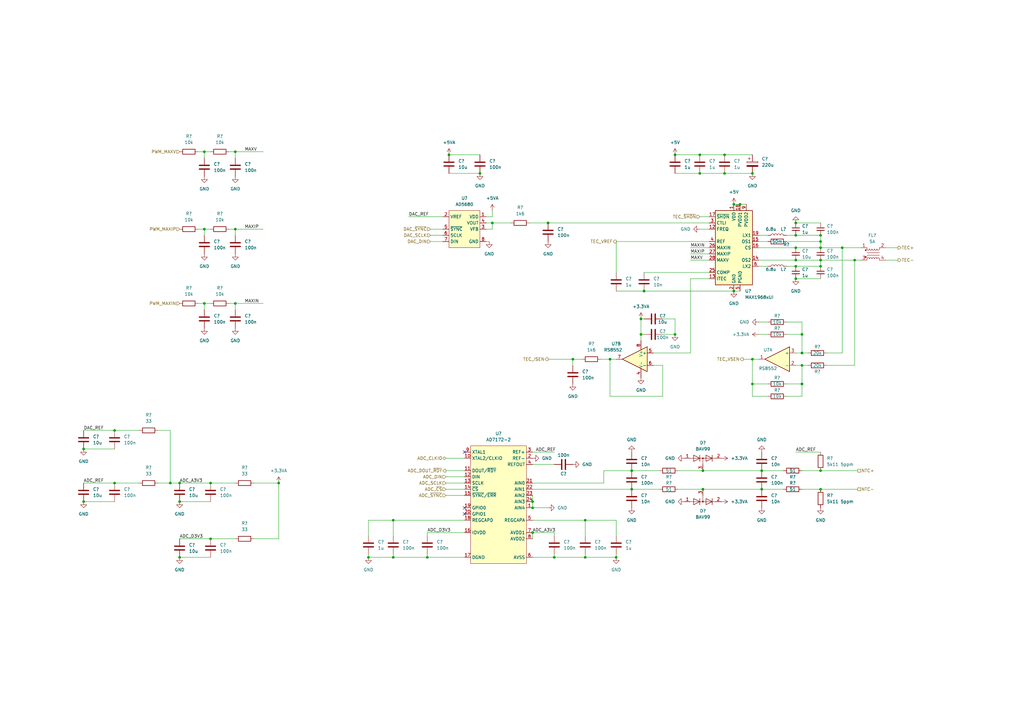
<source format=kicad_sch>
(kicad_sch (version 20211123) (generator eeschema)
  (paper "A3")
  (lib_symbols
    (symbol "Device:C" (pin_numbers hide) (pin_names (offset 0.254))
      (property "Reference" "C" (at 0.635 2.54 0))
      (property "Value" "C" (at 0.635 -2.54 0))
      (symbol "C_0_1"
        (polyline (pts (xy -2.032 -0.762) (xy 2.032 -0.762)) (stroke (width 0.508)))
        (polyline (pts (xy -2.032 0.762) (xy 2.032 0.762)) (stroke (width 0.508)))
      )
      (symbol "C_1_1"
        (pin passive line (at 0 3.81 270) (length 2.794) (name "~") (number "1"))
        (pin passive line (at 0 -3.81 90) (length 2.794) (name "~") (number "2"))
      )
    )
    (symbol "Device:C_Polarized" (pin_numbers hide) (pin_names (offset 0.254))
      (property "Reference" "C" (at 0.635 2.54 0))
      (property "Value" "C_Polarized" (at 0.635 -2.54 0))
      (symbol "C_Polarized_0_1"
        (rectangle (start -2.286 0.508) (end 2.286 1.016))
        (polyline (pts (xy -1.778 2.286) (xy -0.762 2.286)))
        (polyline (pts (xy -1.27 2.794) (xy -1.27 1.778)))
        (rectangle (start 2.286 -0.508) (end -2.286 -1.016) (fill (type outline)))
      )
      (symbol "C_Polarized_1_1"
        (pin passive line (at 0 3.81 270) (length 2.794) (name "~") (number "1"))
        (pin passive line (at 0 -3.81 90) (length 2.794) (name "~") (number "2"))
      )
    )
    (symbol "Device:C_Small" (pin_numbers hide) (pin_names (offset 0.254) hide)
      (property "Reference" "C" (at 0.254 1.778 0))
      (property "Value" "C_Small" (at 0.254 -2.032 0))
      (symbol "C_Small_0_1"
        (polyline (pts (xy -1.524 -0.508) (xy 1.524 -0.508)) (stroke (width 0.3302)))
        (polyline (pts (xy -1.524 0.508) (xy 1.524 0.508)) (stroke (width 0.3048)))
      )
      (symbol "C_Small_1_1"
        (pin passive line (at 0 2.54 270) (length 2.032) (name "~") (number "1"))
        (pin passive line (at 0 -2.54 90) (length 2.032) (name "~") (number "2"))
      )
    )
    (symbol "Device:Filter_EMI_CommonMode" (pin_names (offset 0.254) hide)
      (property "Reference" "FL" (at 0 4.445 0))
      (property "Value" "Filter_EMI_CommonMode" (at 0 -4.445 0))
      (symbol "Filter_EMI_CommonMode_0_1"
        (circle (center -3.048 -1.27) (radius 0.254) (fill (type outline)))
        (circle (center -3.048 1.524) (radius 0.254) (fill (type outline)))
        (arc (start -2.54 2.032) (mid -2.032 1.524) (end -1.524 2.032))
        (arc (start -1.524 -2.032) (mid -2.032 -1.524) (end -2.54 -2.032))
        (arc (start -1.524 2.032) (mid -1.016 1.524) (end -0.508 2.032))
        (arc (start -0.508 -2.032) (mid -1.016 -1.524) (end -1.524 -2.032))
        (arc (start -0.508 2.032) (mid 0 1.524) (end 0.508 2.032))
        (polyline (pts (xy -2.54 -2.032) (xy -2.54 -2.54)))
        (polyline (pts (xy -2.54 0.508) (xy 2.54 0.508)))
        (polyline (pts (xy -2.54 2.032) (xy -2.54 2.54)))
        (polyline (pts (xy 2.54 -2.032) (xy 2.54 -2.54)))
        (polyline (pts (xy 2.54 -0.508) (xy -2.54 -0.508)))
        (polyline (pts (xy 2.54 2.54) (xy 2.54 2.032)))
        (arc (start 0.508 -2.032) (mid 0 -1.524) (end -0.508 -2.032))
        (arc (start 0.508 2.032) (mid 1.016 1.524) (end 1.524 2.032))
        (arc (start 1.524 -2.032) (mid 1.016 -1.524) (end 0.508 -2.032))
        (arc (start 1.524 2.032) (mid 2.032 1.524) (end 2.54 2.032))
        (arc (start 2.54 -2.032) (mid 2.032 -1.524) (end 1.524 -2.032))
      )
      (symbol "Filter_EMI_CommonMode_1_1"
        (pin passive line (at -5.08 2.54 0) (length 2.54) (name "1") (number "1"))
        (pin passive line (at 5.08 2.54 180) (length 2.54) (name "2") (number "2"))
        (pin passive line (at -5.08 -2.54 0) (length 2.54) (name "3") (number "3"))
        (pin passive line (at 5.08 -2.54 180) (length 2.54) (name "4") (number "4"))
      )
    )
    (symbol "Device:L" (pin_numbers hide) (pin_names (offset 1.016) hide)
      (property "Reference" "L" (at -1.27 0 90))
      (property "Value" "L" (at 1.905 0 90))
      (symbol "L_0_1"
        (arc (start 0 -2.54) (mid 0.635 -1.905) (end 0 -1.27))
        (arc (start 0 -1.27) (mid 0.635 -0.635) (end 0 0))
        (arc (start 0 0) (mid 0.635 0.635) (end 0 1.27))
        (arc (start 0 1.27) (mid 0.635 1.905) (end 0 2.54))
      )
      (symbol "L_1_1"
        (pin passive line (at 0 3.81 270) (length 1.27) (name "1") (number "1"))
        (pin passive line (at 0 -3.81 90) (length 1.27) (name "2") (number "2"))
      )
    )
    (symbol "Device:R" (pin_numbers hide) (pin_names (offset 0))
      (property "Reference" "R" (at 2.032 0 90))
      (property "Value" "R" (at 0 0 90))
      (symbol "R_0_1"
        (rectangle (start -1.016 -2.54) (end 1.016 2.54) (stroke (width 0.254)))
      )
      (symbol "R_1_1"
        (pin passive line (at 0 3.81 270) (length 1.27) (name "~") (number "1"))
        (pin passive line (at 0 -3.81 90) (length 1.27) (name "~") (number "2"))
      )
    )
    (symbol "Diode:BAV99" (pin_names hide)
      (property "Reference" "D" (at 0 5.08 0))
      (property "Value" "BAV99" (at 0 2.54 0))
      (symbol "BAV99_0_1"
        (polyline (pts (xy -5.08 0) (xy 5.08 0)))
      )
      (symbol "BAV99_1_1"
        (polyline (pts (xy 0 0) (xy 0 -2.54)))
        (polyline (pts (xy -1.27 -1.27) (xy -1.27 1.27) (xy -1.27 1.27)) (stroke (width 0.2032)))
        (polyline (pts (xy 3.81 1.27) (xy 3.81 -1.27) (xy 3.81 -1.27)) (stroke (width 0.2032)))
        (polyline (pts (xy -3.81 1.27) (xy -1.27 0) (xy -3.81 -1.27) (xy -3.81 1.27) (xy -3.81 1.27) (xy -3.81 1.27)) (stroke (width 0.2032)))
        (polyline (pts (xy 1.27 1.27) (xy 3.81 0) (xy 1.27 -1.27) (xy 1.27 1.27) (xy 1.27 1.27) (xy 1.27 1.27)) (stroke (width 0.2032)))
        (circle (center 0 0) (radius 0.254) (fill (type outline)))
        (pin passive line (at -7.62 0 0) (length 2.54) (name "K") (number "1"))
        (pin passive line (at 7.62 0 180) (length 2.54) (name "A") (number "2"))
        (pin passive line (at 0 -5.08 90) (length 2.54) (name "K") (number "3"))
      )
    )
    (symbol "Driver_TEC:MAX1968xUI"
      (property "Reference" "U" (at -7.62 16.51 0))
      (property "Value" "MAX1968xUI" (at 5.08 16.51 0))
      (symbol "MAX1968xUI_0_1"
        (rectangle (start -7.62 15.24) (end 7.62 -15.24) (stroke (width 0.254)) (fill (type background)))
      )
      (symbol "MAX1968xUI_1_1"
        (pin power_in line (at 0 17.78 270) (length 2.54) (name "VDD") (number "1"))
        (pin passive line (at 10.16 -7.62 180) (length 2.54) hide (name "LX2") (number "10"))
        (pin passive line (at 5.08 17.78 270) (length 2.54) hide (name "PVDD2") (number "11"))
        (pin input line (at -10.16 7.62 0) (length 2.54) (name "FREQ") (number "12"))
        (pin output line (at -10.16 -12.7 0) (length 2.54) (name "ITEC") (number "13"))
        (pin input line (at 10.16 -5.08 180) (length 2.54) (name "OS2") (number "14"))
        (pin input line (at 10.16 2.54 180) (length 2.54) (name "OS1") (number "15"))
        (pin input line (at 10.16 0 180) (length 2.54) (name "CS") (number "16"))
        (pin input line (at -10.16 12.7 0) (length 2.54) (name "~{SHDN}") (number "17"))
        (pin power_in line (at 2.54 17.78 270) (length 2.54) (name "PVDD1") (number "18"))
        (pin power_out line (at 10.16 5.08 180) (length 2.54) (name "LX1") (number "19"))
        (pin power_in line (at 0 -17.78 90) (length 2.54) (name "GND") (number "2"))
        (pin passive line (at 2.54 17.78 270) (length 2.54) hide (name "PVDD1") (number "20"))
        (pin passive line (at 10.16 5.08 180) (length 2.54) hide (name "LX1") (number "21"))
        (pin passive line (at 2.54 -17.78 90) (length 2.54) hide (name "PGND") (number "22"))
        (pin passive line (at 10.16 5.08 180) (length 2.54) hide (name "LX1") (number "23"))
        (pin passive line (at 2.54 -17.78 90) (length 2.54) hide (name "PGND") (number "24"))
        (pin passive line (at -10.16 -10.16 0) (length 2.54) (name "COMP") (number "25"))
        (pin input line (at -10.16 0 0) (length 2.54) (name "MAXIN") (number "26"))
        (pin input line (at -10.16 -2.54 0) (length 2.54) (name "MAXIP") (number "27"))
        (pin input line (at -10.16 -5.08 0) (length 2.54) (name "MAXV") (number "28"))
        (pin passive line (at 0 -17.78 90) (length 2.54) hide (name "GND") (number "29"))
        (pin input line (at -10.16 10.16 0) (length 2.54) (name "CTLI") (number "3"))
        (pin output line (at -10.16 2.54 0) (length 2.54) (name "REF") (number "4"))
        (pin power_in line (at 2.54 -17.78 90) (length 2.54) (name "PGND") (number "5"))
        (pin power_out line (at 10.16 -7.62 180) (length 2.54) (name "LX2") (number "6"))
        (pin passive line (at 2.54 -17.78 90) (length 2.54) hide (name "PGND") (number "7"))
        (pin passive line (at 10.16 -7.62 180) (length 2.54) hide (name "LX2") (number "8"))
        (pin power_in line (at 5.08 17.78 270) (length 2.54) (name "PVDD2") (number "9"))
      )
    )
    (symbol "kirdy:AD5680"
      (property "Reference" "U" (at 0 -3.81 0))
      (property "Value" "AD5680" (at 0 -1.27 0))
      (symbol "AD5680_0_0"
        (pin power_in line (at 8.89 12.7 180) (length 2.54) (name "VDD") (number "1"))
        (pin input line (at -8.89 12.7 0) (length 2.54) (name "VREF") (number "2"))
        (pin input line (at 8.89 7.62 180) (length 2.54) (name "VFB") (number "3"))
        (pin output line (at 8.89 10.16 180) (length 2.54) (name "VOUT") (number "4"))
        (pin input line (at -8.89 7.62 0) (length 2.54) (name "~{SYNC}") (number "5"))
        (pin input line (at -8.89 5.08 0) (length 2.54) (name "SCLK") (number "6"))
        (pin input line (at -8.89 2.54 0) (length 2.54) (name "DIN") (number "7"))
        (pin power_in line (at 8.89 2.54 180) (length 2.54) (name "GND") (number "8"))
      )
      (symbol "AD5680_0_1"
        (rectangle (start -6.35 15.24) (end 6.35 0) (fill (type background)))
      )
    )
    (symbol "kirdy:AD7172-2"
      (property "Reference" "U" (at 8.89 -22.86 0))
      (property "Value" "AD7172-2" (at -6.35 -22.86 0))
      (symbol "AD7172-2_0_0"
        (pin input line (at -13.97 1.27 0) (length 2.54) (name "AIN4") (number "1"))
        (pin bidirectional line (at 13.97 21.59 180) (length 2.54) (name "XTAL2/CLKIO") (number "10"))
        (pin output line (at 13.97 16.51 180) (length 2.54) (name "DOUT/~{RDY}") (number "11"))
        (pin input line (at 13.97 13.97 180) (length 2.54) (name "DIN") (number "12"))
        (pin input line (at 13.97 11.43 180) (length 2.54) (name "SCLK") (number "13"))
        (pin input line (at 13.97 8.89 180) (length 2.54) (name "~{CS}") (number "14"))
        (pin bidirectional line (at 13.97 6.35 180) (length 2.54) (name "~{SYNC}/~{ERR}") (number "15"))
        (pin power_in line (at 13.97 -8.89 180) (length 2.54) (name "IOVDD") (number "16"))
        (pin power_in line (at 13.97 -19.05 180) (length 2.54) (name "DGND") (number "17"))
        (pin passive line (at 13.97 -3.81 180) (length 2.54) (name "REGCAPD") (number "18"))
        (pin bidirectional line (at 13.97 1.27 180) (length 2.54) (name "GPIO0") (number "19"))
        (pin input line (at -13.97 21.59 0) (length 2.54) (name "REF-") (number "2"))
        (pin bidirectional line (at 13.97 -1.27 180) (length 2.54) (name "GPIO1") (number "20"))
        (pin input line (at -13.97 11.43 0) (length 2.54) (name "AIN0") (number "21"))
        (pin input line (at -13.97 8.89 0) (length 2.54) (name "AIN1") (number "22"))
        (pin input line (at -13.97 6.35 0) (length 2.54) (name "AIN2") (number "23"))
        (pin input line (at -13.97 3.81 0) (length 2.54) (name "AIN3") (number "24"))
        (pin input line (at -13.97 24.13 0) (length 2.54) (name "REF+") (number "3"))
        (pin output line (at -13.97 19.05 0) (length 2.54) (name "REFOUT") (number "4"))
        (pin passive line (at -13.97 -3.81 0) (length 2.54) (name "REGCAPA") (number "5"))
        (pin power_in line (at -13.97 -19.05 0) (length 2.54) (name "AVSS") (number "6"))
        (pin power_in line (at -13.97 -8.89 0) (length 2.54) (name "AVDD1") (number "7"))
        (pin power_in line (at -13.97 -11.43 0) (length 2.54) (name "AVDD2") (number "8"))
        (pin bidirectional line (at 13.97 24.13 180) (length 2.54) (name "XTAL1") (number "9"))
      )
      (symbol "AD7172-2_0_1"
        (rectangle (start -11.43 26.67) (end 11.43 -21.59) (fill (type background)))
      )
    )
    (symbol "kirdy:RS8552" (pin_names (offset 0.127))
      (property "Reference" "U" (at 0 5.08 0))
      (property "Value" "RS8552" (at 0 -5.08 0))
      (symbol "RS8552_1_1"
        (polyline (pts (xy -5.08 5.08) (xy 5.08 0) (xy -5.08 -5.08) (xy -5.08 5.08)) (stroke (width 0.254)) (fill (type background)))
        (pin output line (at 7.62 0 180) (length 2.54) (name "~") (number "1"))
        (pin input line (at -7.62 -2.54 0) (length 2.54) (name "-") (number "2"))
        (pin input line (at -7.62 2.54 0) (length 2.54) (name "+") (number "3"))
      )
      (symbol "RS8552_2_1"
        (polyline (pts (xy -5.08 5.08) (xy 5.08 0) (xy -5.08 -5.08) (xy -5.08 5.08)) (stroke (width 0.254)) (fill (type background)))
        (pin input line (at -7.62 2.54 0) (length 2.54) (name "+") (number "5"))
        (pin input line (at -7.62 -2.54 0) (length 2.54) (name "-") (number "6"))
        (pin output line (at 7.62 0 180) (length 2.54) (name "~") (number "7"))
      )
      (symbol "RS8552_3_1"
        (pin power_in line (at -2.54 -7.62 90) (length 3.81) (name "V-") (number "4"))
        (pin power_in line (at -2.54 7.62 270) (length 3.81) (name "V+") (number "8"))
      )
    )
    (symbol "power:+3.3VA" (power) (pin_names (offset 0))
      (property "Value" "+3.3VA" (at 0 3.556 0))
      (symbol "+3.3VA_0_1"
        (polyline (pts (xy -0.762 1.27) (xy 0 2.54)))
        (polyline (pts (xy 0 0) (xy 0 2.54)))
        (polyline (pts (xy 0 2.54) (xy 0.762 1.27)))
      )
      (symbol "+3.3VA_1_1"
        (pin power_in line (at 0 0 90) (length 0) hide (name "+3.3VA") (number "1"))
      )
    )
    (symbol "power:+5V" (power) (pin_names (offset 0))
      (property "Value" "+5V" (at 0 3.556 0))
      (symbol "+5V_0_1"
        (polyline (pts (xy -0.762 1.27) (xy 0 2.54)))
        (polyline (pts (xy 0 0) (xy 0 2.54)))
        (polyline (pts (xy 0 2.54) (xy 0.762 1.27)))
      )
      (symbol "+5V_1_1"
        (pin power_in line (at 0 0 90) (length 0) hide (name "+5V") (number "1"))
      )
    )
    (symbol "power:+5VA" (power) (pin_names (offset 0))
      (property "Value" "+5VA" (at 0 3.556 0))
      (symbol "+5VA_0_1"
        (polyline (pts (xy -0.762 1.27) (xy 0 2.54)))
        (polyline (pts (xy 0 0) (xy 0 2.54)))
        (polyline (pts (xy 0 2.54) (xy 0.762 1.27)))
      )
      (symbol "+5VA_1_1"
        (pin power_in line (at 0 0 90) (length 0) hide (name "+5VA") (number "1"))
      )
    )
    (symbol "power:GND" (power) (pin_names (offset 0))
      (property "Value" "GND" (at 0 -3.81 0))
      (symbol "GND_0_1"
        (polyline (pts (xy 0 0) (xy 0 -1.27) (xy 1.27 -1.27) (xy 0 -2.54) (xy -1.27 -1.27) (xy 0 -1.27)))
      )
      (symbol "GND_1_1"
        (pin power_in line (at 0 0 270) (length 0) hide (name "GND") (number "1"))
      )
    )
  )
  (junction (at 300.99 119.38))
  (junction (at 350.52 106.68))
  (junction (at 297.18 63.5))
  (junction (at 326.39 106.68))
  (junction (at 201.93 91.44))
  (junction (at 252.73 228.6))
  (junction (at 96.52 62.23))
  (junction (at 326.39 109.22))
  (junction (at 308.61 147.32))
  (junction (at 161.29 213.36))
  (junction (at 234.95 147.32))
  (junction (at 83.82 62.23))
  (junction (at 336.55 96.52))
  (junction (at 34.29 184.15))
  (junction (at 73.66 228.6))
  (junction (at 114.3 198.12))
  (junction (at 303.53 83.82))
  (junction (at 218.44 218.44))
  (junction (at 328.93 149.86))
  (junction (at 336.55 193.04))
  (junction (at 218.44 208.28))
  (junction (at 161.29 228.6))
  (junction (at 326.39 101.6))
  (junction (at 276.86 63.5))
  (junction (at 308.61 71.12))
  (junction (at 86.36 220.98))
  (junction (at 336.55 99.06))
  (junction (at 224.79 91.44))
  (junction (at 326.39 96.52))
  (junction (at 262.89 137.16))
  (junction (at 287.02 71.12))
  (junction (at 300.99 83.82))
  (junction (at 308.61 157.48))
  (junction (at 326.39 114.3))
  (junction (at 250.19 147.32))
  (junction (at 83.82 93.98))
  (junction (at 73.66 198.12))
  (junction (at 83.82 124.46))
  (junction (at 175.26 228.6))
  (junction (at 259.08 193.04))
  (junction (at 73.66 205.74))
  (junction (at 86.36 198.12))
  (junction (at 46.99 198.12))
  (junction (at 336.55 109.22))
  (junction (at 218.44 205.74))
  (junction (at 184.15 63.5))
  (junction (at 240.03 228.6))
  (junction (at 345.44 101.6))
  (junction (at 259.08 200.66))
  (junction (at 336.55 101.6))
  (junction (at 328.93 137.16))
  (junction (at 96.52 93.98))
  (junction (at 227.33 228.6))
  (junction (at 96.52 124.46))
  (junction (at 34.29 205.74))
  (junction (at 312.42 193.04))
  (junction (at 328.93 157.48))
  (junction (at 288.29 193.04))
  (junction (at 196.85 71.12))
  (junction (at 336.55 200.66))
  (junction (at 262.89 130.81))
  (junction (at 240.03 213.36))
  (junction (at 288.29 200.66))
  (junction (at 328.93 144.78))
  (junction (at 151.13 228.6))
  (junction (at 264.16 119.38))
  (junction (at 69.85 198.12))
  (junction (at 276.86 137.16))
  (junction (at 336.55 106.68))
  (junction (at 287.02 63.5))
  (junction (at 297.18 71.12))
  (junction (at 312.42 200.66))
  (junction (at 46.99 176.53))
  (junction (at 326.39 91.44))
  (no_connect (at 190.5 185.42))
  (no_connect (at 190.5 208.28))
  (no_connect (at 190.5 210.82))
  (wire (pts (xy 328.93 144.78) (xy 331.47 144.78)))
  (wire (pts (xy 218.44 205.74) (xy 218.44 208.28)))
  (wire (pts (xy 218.44 218.44) (xy 227.33 218.44)))
  (wire (pts (xy 224.79 147.32) (xy 234.95 147.32)))
  (wire (pts (xy 311.15 99.06) (xy 314.96 99.06)))
  (wire (pts (xy 308.61 147.32) (xy 311.15 147.32)))
  (wire (pts (xy 276.86 63.5) (xy 287.02 63.5)))
  (wire (pts (xy 304.8 147.32) (xy 308.61 147.32)))
  (wire (pts (xy 34.29 205.74) (xy 46.99 205.74)))
  (wire (pts (xy 252.73 111.76) (xy 252.73 99.06)))
  (wire (pts (xy 34.29 176.53) (xy 46.99 176.53)))
  (wire (pts (xy 311.15 101.6) (xy 326.39 101.6)))
  (wire (pts (xy 328.93 149.86) (xy 331.47 149.86)))
  (wire (pts (xy 182.88 195.58) (xy 190.5 195.58)))
  (wire (pts (xy 175.26 218.44) (xy 190.5 218.44)))
  (wire (pts (xy 252.73 119.38) (xy 264.16 119.38)))
  (wire (pts (xy 252.73 213.36) (xy 252.73 219.71)))
  (wire (pts (xy 259.08 200.66) (xy 270.51 200.66)))
  (wire (pts (xy 151.13 219.71) (xy 151.13 213.36)))
  (wire (pts (xy 336.55 109.22) (xy 326.39 109.22)))
  (wire (pts (xy 104.14 198.12) (xy 114.3 198.12)))
  (wire (pts (xy 86.36 220.98) (xy 96.52 220.98)))
  (wire (pts (xy 311.15 132.08) (xy 314.96 132.08)))
  (wire (pts (xy 326.39 96.52) (xy 322.58 96.52)))
  (wire (pts (xy 259.08 193.04) (xy 270.51 193.04)))
  (wire (pts (xy 199.39 93.98) (xy 201.93 93.98)))
  (wire (pts (xy 326.39 106.68) (xy 336.55 106.68)))
  (wire (pts (xy 297.18 63.5) (xy 308.61 63.5)))
  (wire (pts (xy 250.19 147.32) (xy 252.73 147.32)))
  (wire (pts (xy 287.02 71.12) (xy 297.18 71.12)))
  (wire (pts (xy 312.42 193.04) (xy 321.31 193.04)))
  (wire (pts (xy 264.16 119.38) (xy 300.99 119.38)))
  (wire (pts (xy 322.58 157.48) (xy 328.93 157.48)))
  (wire (pts (xy 336.55 101.6) (xy 336.55 99.06)))
  (wire (pts (xy 300.99 83.82) (xy 303.53 83.82)))
  (wire (pts (xy 227.33 218.44) (xy 227.33 219.71)))
  (wire (pts (xy 83.82 93.98) (xy 86.36 93.98)))
  (wire (pts (xy 339.09 144.78) (xy 345.44 144.78)))
  (wire (pts (xy 271.78 162.56) (xy 271.78 149.86)))
  (wire (pts (xy 184.15 63.5) (xy 196.85 63.5)))
  (wire (pts (xy 218.44 213.36) (xy 240.03 213.36)))
  (wire (pts (xy 218.44 218.44) (xy 218.44 220.98)))
  (wire (pts (xy 151.13 213.36) (xy 161.29 213.36)))
  (wire (pts (xy 151.13 228.6) (xy 161.29 228.6)))
  (wire (pts (xy 350.52 106.68) (xy 350.52 149.86)))
  (wire (pts (xy 199.39 99.06) (xy 200.66 99.06)))
  (wire (pts (xy 96.52 124.46) (xy 96.52 127)))
  (wire (pts (xy 322.58 99.06) (xy 336.55 99.06)))
  (wire (pts (xy 287.02 88.9) (xy 290.83 88.9)))
  (wire (pts (xy 283.21 101.6) (xy 290.83 101.6)))
  (wire (pts (xy 363.22 101.6) (xy 368.3 101.6)))
  (wire (pts (xy 336.55 101.6) (xy 326.39 101.6)))
  (wire (pts (xy 271.78 149.86) (xy 267.97 149.86)))
  (wire (pts (xy 262.89 137.16) (xy 262.89 139.7)))
  (wire (pts (xy 336.55 99.06) (xy 336.55 96.52)))
  (wire (pts (xy 345.44 101.6) (xy 345.44 144.78)))
  (wire (pts (xy 326.39 144.78) (xy 328.93 144.78)))
  (wire (pts (xy 283.21 144.78) (xy 267.97 144.78)))
  (wire (pts (xy 247.65 198.12) (xy 247.65 193.04)))
  (wire (pts (xy 184.15 71.12) (xy 196.85 71.12)))
  (wire (pts (xy 234.95 149.86) (xy 234.95 147.32)))
  (wire (pts (xy 96.52 124.46) (xy 107.95 124.46)))
  (wire (pts (xy 240.03 213.36) (xy 252.73 213.36)))
  (wire (pts (xy 328.93 193.04) (xy 336.55 193.04)))
  (wire (pts (xy 182.88 198.12) (xy 190.5 198.12)))
  (wire (pts (xy 328.93 200.66) (xy 336.55 200.66)))
  (wire (pts (xy 199.39 88.9) (xy 201.93 88.9)))
  (wire (pts (xy 93.98 93.98) (xy 96.52 93.98)))
  (wire (pts (xy 264.16 130.81) (xy 262.89 130.81)))
  (wire (pts (xy 250.19 162.56) (xy 271.78 162.56)))
  (wire (pts (xy 322.58 132.08) (xy 328.93 132.08)))
  (wire (pts (xy 83.82 62.23) (xy 83.82 64.77)))
  (wire (pts (xy 161.29 227.33) (xy 161.29 228.6)))
  (wire (pts (xy 73.66 228.6) (xy 86.36 228.6)))
  (wire (pts (xy 288.29 200.66) (xy 312.42 200.66)))
  (wire (pts (xy 264.16 111.76) (xy 290.83 111.76)))
  (wire (pts (xy 176.53 96.52) (xy 181.61 96.52)))
  (wire (pts (xy 167.64 88.9) (xy 181.61 88.9)))
  (wire (pts (xy 246.38 147.32) (xy 250.19 147.32)))
  (wire (pts (xy 46.99 198.12) (xy 57.15 198.12)))
  (wire (pts (xy 240.03 227.33) (xy 240.03 228.6)))
  (wire (pts (xy 201.93 88.9) (xy 201.93 86.36)))
  (wire (pts (xy 311.15 106.68) (xy 326.39 106.68)))
  (wire (pts (xy 234.95 147.32) (xy 238.76 147.32)))
  (wire (pts (xy 34.29 198.12) (xy 46.99 198.12)))
  (wire (pts (xy 83.82 124.46) (xy 83.82 127)))
  (wire (pts (xy 328.93 137.16) (xy 328.93 144.78)))
  (wire (pts (xy 175.26 228.6) (xy 190.5 228.6)))
  (wire (pts (xy 86.36 198.12) (xy 96.52 198.12)))
  (wire (pts (xy 218.44 190.5) (xy 227.33 190.5)))
  (wire (pts (xy 218.44 200.66) (xy 259.08 200.66)))
  (wire (pts (xy 278.13 200.66) (xy 288.29 200.66)))
  (wire (pts (xy 96.52 93.98) (xy 96.52 96.52)))
  (wire (pts (xy 311.15 137.16) (xy 314.96 137.16)))
  (wire (pts (xy 326.39 149.86) (xy 328.93 149.86)))
  (wire (pts (xy 308.61 157.48) (xy 308.61 162.56)))
  (wire (pts (xy 46.99 176.53) (xy 57.15 176.53)))
  (wire (pts (xy 64.77 176.53) (xy 69.85 176.53)))
  (wire (pts (xy 336.55 101.6) (xy 345.44 101.6)))
  (wire (pts (xy 326.39 114.3) (xy 336.55 114.3)))
  (wire (pts (xy 69.85 176.53) (xy 69.85 198.12)))
  (wire (pts (xy 218.44 208.28) (xy 224.79 208.28)))
  (wire (pts (xy 247.65 198.12) (xy 218.44 198.12)))
  (wire (pts (xy 252.73 227.33) (xy 252.73 228.6)))
  (wire (pts (xy 199.39 91.44) (xy 201.93 91.44)))
  (wire (pts (xy 328.93 162.56) (xy 328.93 157.48)))
  (wire (pts (xy 104.14 220.98) (xy 114.3 220.98)))
  (wire (pts (xy 83.82 93.98) (xy 83.82 96.52)))
  (wire (pts (xy 93.98 62.23) (xy 96.52 62.23)))
  (wire (pts (xy 224.79 91.44) (xy 290.83 91.44)))
  (wire (pts (xy 287.02 93.98) (xy 290.83 93.98)))
  (wire (pts (xy 322.58 137.16) (xy 328.93 137.16)))
  (wire (pts (xy 73.66 205.74) (xy 86.36 205.74)))
  (wire (pts (xy 182.88 200.66) (xy 190.5 200.66)))
  (wire (pts (xy 276.86 130.81) (xy 276.86 137.16)))
  (wire (pts (xy 201.93 93.98) (xy 201.93 91.44)))
  (wire (pts (xy 218.44 185.42) (xy 227.33 185.42)))
  (wire (pts (xy 322.58 162.56) (xy 328.93 162.56)))
  (wire (pts (xy 328.93 132.08) (xy 328.93 137.16)))
  (wire (pts (xy 34.29 184.15) (xy 46.99 184.15)))
  (wire (pts (xy 176.53 93.98) (xy 181.61 93.98)))
  (wire (pts (xy 81.28 93.98) (xy 83.82 93.98)))
  (wire (pts (xy 182.88 193.04) (xy 190.5 193.04)))
  (wire (pts (xy 73.66 198.12) (xy 86.36 198.12)))
  (wire (pts (xy 96.52 62.23) (xy 107.95 62.23)))
  (wire (pts (xy 175.26 227.33) (xy 175.26 228.6)))
  (wire (pts (xy 218.44 203.2) (xy 218.44 205.74)))
  (wire (pts (xy 69.85 198.12) (xy 73.66 198.12)))
  (wire (pts (xy 326.39 185.42) (xy 336.55 185.42)))
  (wire (pts (xy 114.3 220.98) (xy 114.3 198.12)))
  (wire (pts (xy 271.78 137.16) (xy 276.86 137.16)))
  (wire (pts (xy 311.15 96.52) (xy 314.96 96.52)))
  (wire (pts (xy 283.21 114.3) (xy 290.83 114.3)))
  (wire (pts (xy 96.52 93.98) (xy 107.95 93.98)))
  (wire (pts (xy 336.55 106.68) (xy 350.52 106.68)))
  (wire (pts (xy 81.28 62.23) (xy 83.82 62.23)))
  (wire (pts (xy 240.03 213.36) (xy 240.03 219.71)))
  (wire (pts (xy 264.16 137.16) (xy 262.89 137.16)))
  (wire (pts (xy 336.55 106.68) (xy 336.55 109.22)))
  (wire (pts (xy 217.17 91.44) (xy 224.79 91.44)))
  (wire (pts (xy 312.42 200.66) (xy 321.31 200.66)))
  (wire (pts (xy 276.86 71.12) (xy 287.02 71.12)))
  (wire (pts (xy 262.89 130.81) (xy 262.89 137.16)))
  (wire (pts (xy 250.19 147.32) (xy 250.19 162.56)))
  (wire (pts (xy 336.55 200.66) (xy 351.79 200.66)))
  (wire (pts (xy 287.02 63.5) (xy 297.18 63.5)))
  (wire (pts (xy 288.29 193.04) (xy 312.42 193.04)))
  (wire (pts (xy 81.28 124.46) (xy 83.82 124.46)))
  (wire (pts (xy 303.53 83.82) (xy 306.07 83.82)))
  (wire (pts (xy 83.82 124.46) (xy 86.36 124.46)))
  (wire (pts (xy 350.52 106.68) (xy 353.06 106.68)))
  (wire (pts (xy 278.13 193.04) (xy 288.29 193.04)))
  (wire (pts (xy 283.21 114.3) (xy 283.21 144.78)))
  (wire (pts (xy 73.66 220.98) (xy 86.36 220.98)))
  (wire (pts (xy 326.39 96.52) (xy 336.55 96.52)))
  (wire (pts (xy 96.52 62.23) (xy 96.52 64.77)))
  (wire (pts (xy 345.44 101.6) (xy 353.06 101.6)))
  (wire (pts (xy 252.73 99.06) (xy 290.83 99.06)))
  (wire (pts (xy 363.22 106.68) (xy 368.3 106.68)))
  (wire (pts (xy 328.93 157.48) (xy 328.93 149.86)))
  (wire (pts (xy 314.96 157.48) (xy 308.61 157.48)))
  (wire (pts (xy 93.98 124.46) (xy 96.52 124.46)))
  (wire (pts (xy 227.33 227.33) (xy 227.33 228.6)))
  (wire (pts (xy 218.44 228.6) (xy 227.33 228.6)))
  (wire (pts (xy 300.99 119.38) (xy 303.53 119.38)))
  (wire (pts (xy 176.53 99.06) (xy 181.61 99.06)))
  (wire (pts (xy 64.77 198.12) (xy 69.85 198.12)))
  (wire (pts (xy 182.88 203.2) (xy 190.5 203.2)))
  (wire (pts (xy 161.29 228.6) (xy 175.26 228.6)))
  (wire (pts (xy 308.61 157.48) (xy 308.61 147.32)))
  (wire (pts (xy 271.78 130.81) (xy 276.86 130.81)))
  (wire (pts (xy 201.93 91.44) (xy 209.55 91.44)))
  (wire (pts (xy 308.61 162.56) (xy 314.96 162.56)))
  (wire (pts (xy 247.65 193.04) (xy 259.08 193.04)))
  (wire (pts (xy 83.82 62.23) (xy 86.36 62.23)))
  (wire (pts (xy 336.55 193.04) (xy 351.79 193.04)))
  (wire (pts (xy 161.29 213.36) (xy 161.29 219.71)))
  (wire (pts (xy 326.39 91.44) (xy 336.55 91.44)))
  (wire (pts (xy 311.15 109.22) (xy 314.96 109.22)))
  (wire (pts (xy 227.33 228.6) (xy 240.03 228.6)))
  (wire (pts (xy 322.58 109.22) (xy 326.39 109.22)))
  (wire (pts (xy 339.09 149.86) (xy 350.52 149.86)))
  (wire (pts (xy 297.18 71.12) (xy 308.61 71.12)))
  (wire (pts (xy 161.29 213.36) (xy 190.5 213.36)))
  (wire (pts (xy 283.21 104.14) (xy 290.83 104.14)))
  (wire (pts (xy 283.21 106.68) (xy 290.83 106.68)))
  (wire (pts (xy 240.03 228.6) (xy 252.73 228.6)))
  (wire (pts (xy 182.88 187.96) (xy 190.5 187.96)))
  (wire (pts (xy 151.13 227.33) (xy 151.13 228.6)))
  (wire (pts (xy 175.26 218.44) (xy 175.26 219.71)))
  (label "DAC_REF" (at 167.64 88.9 0))
  (label "ADC_D3V3" (at 175.26 218.44 0))
  (label "MAXV" (at 100.33 62.23 0))
  (label "MAXIN" (at 100.33 124.46 0))
  (label "ADC_REF" (at 34.29 198.12 0))
  (label "MAXIN" (at 283.21 101.6 0))
  (label "ADC_A3V3" (at 73.66 198.12 0))
  (label "MAXV" (at 283.21 106.68 0))
  (label "DAC_REF" (at 34.29 176.53 0))
  (label "MAXIP" (at 100.33 93.98 0))
  (label "ADC_REF" (at 326.39 185.42 0))
  (label "ADC_D3V3" (at 73.66 220.98 0))
  (label "ADC_REF" (at 219.71 185.42 0))
  (label "ADC_A3V3" (at 218.44 218.44 0))
  (label "MAXIP" (at 283.21 104.14 0))
  (hierarchical_label "ADC_DOUT_~{RDY}" (shape output) (at 182.88 193.04 180))
  (hierarchical_label "ADC_CLKIO" (shape bidirectional) (at 182.88 187.96 180))
  (hierarchical_label "TEC+" (shape output) (at 368.3 101.6 0))
  (hierarchical_label "PWM_MAXIP" (shape input) (at 73.66 93.98 180))
  (hierarchical_label "DAC_DIN" (shape input) (at 176.53 99.06 180))
  (hierarchical_label "PWM_MAXIN" (shape input) (at 73.66 124.46 180))
  (hierarchical_label "TEC_VREF" (shape output) (at 252.73 99.06 180))
  (hierarchical_label "TEC_~{SHDN}" (shape input) (at 287.02 88.9 180))
  (hierarchical_label "DAC_SCLK" (shape input) (at 176.53 96.52 180))
  (hierarchical_label "TEC_ISEN" (shape output) (at 224.79 147.32 180))
  (hierarchical_label "ADC_~{CS}" (shape input) (at 182.88 200.66 180))
  (hierarchical_label "NTC-" (shape passive) (at 351.79 200.66 0))
  (hierarchical_label "ADC_DIN" (shape input) (at 182.88 195.58 180))
  (hierarchical_label "NTC+" (shape passive) (at 351.79 193.04 0))
  (hierarchical_label "TEC-" (shape output) (at 368.3 106.68 0))
  (hierarchical_label "PWM_MAXV" (shape input) (at 73.66 62.23 180))
  (hierarchical_label "ADC_SCLK" (shape input) (at 182.88 198.12 180))
  (hierarchical_label "TEC_VSEN" (shape output) (at 304.8 147.32 180))
  (hierarchical_label "ADC_~{SYNC}" (shape input) (at 182.88 203.2 180))
  (hierarchical_label "DAC_~{SYNC}" (shape input) (at 176.53 93.98 180))
  (symbol (lib_id "power:GND") (at 73.66 205.74 0) (unit 1)
    (property "Reference" "#PWR?" (effects hide))
    (property "Value" "GND" (at 73.66 210.82 0))
  )
  (symbol (lib_id "Device:C") (at 240.03 223.52 0) (unit 1)
    (property "Reference" "C?" (at 243.84 222.2499 0) (effects (justify left)))
    (property "Value" "100n" (at 243.84 224.7899 0) (effects (justify left)))
  )
  (symbol (lib_id "Device:C") (at 175.26 223.52 0) (unit 1)
    (property "Reference" "C?" (at 179.07 222.2499 0) (effects (justify left)))
    (property "Value" "100n" (at 179.07 224.7899 0) (effects (justify left)))
  )
  (symbol (lib_id "kirdy:AD5680") (at 190.5 101.6 0) (unit 1)
    (property "Reference" "U?" (at 190.5 81.28 0))
    (property "Value" "AD5680" (at 190.5 83.82 0))
    (property "Footprint" "Package_TO_SOT_SMD:SOT-23-8" (effects hide))
    (property "Datasheet" "https://www.analog.com/media/en/technical-documentation/data-sheets/ad5680.pdf" (effects hide))
  )
  (symbol (lib_id "power:GND") (at 34.29 205.74 0) (unit 1)
    (property "Reference" "#PWR?" (effects hide))
    (property "Value" "GND" (at 34.29 210.82 0))
  )
  (symbol (lib_id "power:GND") (at 200.66 99.06 0) (unit 1)
    (property "Reference" "#PWR?" (effects hide))
    (property "Value" "GND" (at 200.66 104.14 0))
  )
  (symbol (lib_id "Device:C") (at 73.66 224.79 0) (unit 1)
    (property "Reference" "C?" (at 77.47 223.5199 0) (effects (justify left)))
    (property "Value" "10u" (at 77.47 226.0599 0) (effects (justify left)))
  )
  (symbol (lib_id "Device:R") (at 318.77 99.06 90) (unit 1)
    (property "Reference" "R?" (at 322.58 100.33 90))
    (property "Value" "50m" (at 318.77 99.06 90))
  )
  (symbol (lib_id "Device:C") (at 252.73 223.52 0) (unit 1)
    (property "Reference" "C?" (at 256.54 222.2499 0) (effects (justify left)))
    (property "Value" "1u" (at 256.54 224.7899 0) (effects (justify left)))
  )
  (symbol (lib_id "power:+3.3VA") (at 114.3 198.12 0) (unit 1)
    (property "Reference" "#PWR?" (effects hide))
    (property "Value" "+3.3VA" (at 114.3 193.04 0))
  )
  (symbol (lib_id "power:+5V") (at 276.86 63.5 0) (unit 1)
    (property "Reference" "#PWR?" (effects hide))
    (property "Value" "+5V" (at 276.86 58.42 0))
  )
  (symbol (lib_id "Device:R") (at 100.33 220.98 90) (unit 1)
    (property "Reference" "R?" (at 100.33 214.63 90))
    (property "Value" "33" (at 100.33 217.17 90))
  )
  (symbol (lib_id "Device:R") (at 318.77 132.08 90) (unit 1)
    (property "Reference" "R?" (at 318.77 129.54 90))
    (property "Value" "10k" (at 318.77 132.08 90))
  )
  (symbol (lib_id "power:GND") (at 83.82 104.14 0) (unit 1)
    (property "Reference" "#PWR?" (effects hide))
    (property "Value" "GND" (at 83.82 109.22 0))
  )
  (symbol (lib_id "Device:R") (at 90.17 62.23 90) (unit 1)
    (property "Reference" "R?" (at 90.17 55.88 90))
    (property "Value" "10k" (at 90.17 58.42 90))
  )
  (symbol (lib_id "Device:R") (at 274.32 193.04 90) (unit 1)
    (property "Reference" "R?" (at 274.32 195.58 90))
    (property "Value" "51" (at 274.32 193.04 90))
  )
  (symbol (lib_id "kirdy:RS8552") (at 260.35 147.32 0) (mirror y) (unit 3)
    (property "Reference" "U?" (effects hide))
    (property "Value" "RS8552" (effects hide))
    (property "Footprint" "Package_SO:SOIC-8_3.9x4.9mm_P1.27mm" (effects hide))
    (property "Datasheet" "https://datasheet.lcsc.com/lcsc/2010160333_Jiangsu-RUNIC-Tech-RS8554XP_C236997.pdf" (effects hide))
  )
  (symbol (lib_id "power:GND") (at 308.61 71.12 0) (unit 1)
    (property "Reference" "#PWR?" (effects hide))
    (property "Value" "GND" (at 308.61 76.2 0))
  )
  (symbol (lib_id "Device:R") (at 325.12 193.04 90) (unit 1)
    (property "Reference" "R?" (at 325.12 195.58 90))
    (property "Value" "51" (at 325.12 193.04 90))
  )
  (symbol (lib_id "power:GND") (at 311.15 132.08 270) (unit 1)
    (property "Reference" "#PWR?" (effects hide))
    (property "Value" "GND" (at 307.34 132.0799 90) (effects (justify right)))
  )
  (symbol (lib_id "Device:R") (at 274.32 200.66 90) (unit 1)
    (property "Reference" "R?" (at 274.32 198.12 90))
    (property "Value" "51" (at 274.32 200.66 90))
  )
  (symbol (lib_id "kirdy:AD7172-2") (at 204.47 209.55 0) (mirror y) (unit 1)
    (property "Reference" "U?" (at 204.47 177.8 0))
    (property "Value" "AD7172-2" (at 204.47 180.34 0))
    (property "Footprint" "Package_SO:TSSOP-24_4.4x7.8mm_P0.65mm" (effects hide))
    (property "Datasheet" "https://www.analog.com/media/en/technical-documentation/data-sheets/ad7172-2.pdf" (effects hide))
  )
  (symbol (lib_id "Device:C") (at 86.36 201.93 0) (unit 1)
    (property "Reference" "C?" (at 90.17 200.6599 0) (effects (justify left)))
    (property "Value" "100n" (at 90.17 203.1999 0) (effects (justify left)))
  )
  (symbol (lib_id "power:GND") (at 83.82 134.62 0) (unit 1)
    (property "Reference" "#PWR?" (effects hide))
    (property "Value" "GND" (at 83.82 139.7 0))
  )
  (symbol (lib_id "Device:L") (at 318.77 109.22 90) (unit 1)
    (property "Reference" "L?" (at 321.31 110.49 90))
    (property "Value" "6.8u" (at 316.23 110.49 90))
  )
  (symbol (lib_id "power:GND") (at 234.95 190.5 90) (unit 1)
    (property "Reference" "#PWR?" (effects hide))
    (property "Value" "GND" (at 238.76 190.4999 90) (effects (justify right)))
  )
  (symbol (lib_id "Device:R") (at 77.47 93.98 90) (unit 1)
    (property "Reference" "R?" (at 77.47 87.63 90))
    (property "Value" "10k" (at 77.47 90.17 90))
  )
  (symbol (lib_id "Device:R") (at 325.12 200.66 90) (unit 1)
    (property "Reference" "R?" (at 325.12 198.12 90))
    (property "Value" "51" (at 325.12 200.66 90))
  )
  (symbol (lib_id "Device:C") (at 34.29 201.93 0) (unit 1)
    (property "Reference" "C?" (at 38.1 200.6599 0) (effects (justify left)))
    (property "Value" "10u" (at 38.1 203.1999 0) (effects (justify left)))
  )
  (symbol (lib_id "Device:C") (at 259.08 196.85 0) (unit 1)
    (property "Reference" "C?" (at 262.89 195.5799 0) (effects (justify left)))
    (property "Value" "100n" (at 262.89 198.1199 0) (effects (justify left)))
  )
  (symbol (lib_id "power:GND") (at 96.52 72.39 0) (unit 1)
    (property "Reference" "#PWR?" (effects hide))
    (property "Value" "GND" (at 96.52 77.47 0))
  )
  (symbol (lib_id "Device:C") (at 297.18 67.31 0) (unit 1)
    (property "Reference" "C?" (at 300.99 66.0399 0) (effects (justify left)))
    (property "Value" "1u" (at 300.99 68.5799 0) (effects (justify left)))
  )
  (symbol (lib_id "Device:C") (at 287.02 67.31 0) (unit 1)
    (property "Reference" "C?" (at 290.83 66.0399 0) (effects (justify left)))
    (property "Value" "1u" (at 290.83 68.5799 0) (effects (justify left)))
  )
  (symbol (lib_id "Device:C") (at 34.29 180.34 0) (unit 1)
    (property "Reference" "C?" (at 38.1 179.0699 0) (effects (justify left)))
    (property "Value" "10u" (at 38.1 181.6099 0) (effects (justify left)))
  )
  (symbol (lib_id "Device:C") (at 267.97 137.16 90) (unit 1)
    (property "Reference" "C?" (at 271.78 135.89 90))
    (property "Value" "100n" (at 271.78 138.43 90))
  )
  (symbol (lib_id "Device:C_Small") (at 326.39 104.14 0) (unit 1)
    (property "Reference" "C?" (at 328.93 102.8762 0) (effects (justify left)))
    (property "Value" "10u" (at 328.93 105.4162 0) (effects (justify left)))
  )
  (symbol (lib_id "power:GND") (at 224.79 208.28 90) (unit 1)
    (property "Reference" "#PWR?" (effects hide))
    (property "Value" "GND" (at 228.6 208.2799 90) (effects (justify right)))
  )
  (symbol (lib_id "Device:C") (at 96.52 130.81 0) (unit 1)
    (property "Reference" "C?" (at 100.33 129.5399 0) (effects (justify left)))
    (property "Value" "100n" (at 100.33 132.0799 0) (effects (justify left)))
  )
  (symbol (lib_id "Device:R") (at 242.57 147.32 90) (unit 1)
    (property "Reference" "R?" (at 242.57 140.97 90))
    (property "Value" "1k6" (at 242.57 143.51 90))
  )
  (symbol (lib_id "Device:R") (at 90.17 93.98 90) (unit 1)
    (property "Reference" "R?" (at 90.17 87.63 90))
    (property "Value" "10k" (at 90.17 90.17 90))
  )
  (symbol (lib_id "Device:R") (at 336.55 189.23 0) (unit 1)
    (property "Reference" "R?" (at 339.09 187.9599 0) (effects (justify left)))
    (property "Value" "5k11 5ppm" (at 339.09 190.4999 0) (effects (justify left)))
  )
  (symbol (lib_id "power:GND") (at 224.79 99.06 0) (unit 1)
    (property "Reference" "#PWR?" (effects hide))
    (property "Value" "GND" (at 224.79 104.14 0))
  )
  (symbol (lib_id "Device:C") (at 312.42 204.47 0) (unit 1)
    (property "Reference" "C?" (at 316.23 203.1999 0) (effects (justify left)))
    (property "Value" "10n" (at 316.23 205.7399 0) (effects (justify left)))
  )
  (symbol (lib_id "Device:C") (at 252.73 115.57 0) (unit 1)
    (property "Reference" "C?" (at 256.54 114.2999 0) (effects (justify left)))
    (property "Value" "1u" (at 256.54 116.8399 0) (effects (justify left)))
  )
  (symbol (lib_id "Device:C") (at 276.86 67.31 0) (unit 1)
    (property "Reference" "C?" (at 280.67 66.0399 0) (effects (justify left)))
    (property "Value" "1u" (at 280.67 68.5799 0) (effects (justify left)))
  )
  (symbol (lib_id "Device:C_Small") (at 326.39 111.76 0) (unit 1)
    (property "Reference" "C?" (at 328.93 110.4962 0) (effects (justify left)))
    (property "Value" "1u" (at 328.93 113.0362 0) (effects (justify left)))
  )
  (symbol (lib_id "Device:C") (at 184.15 67.31 0) (unit 1)
    (property "Reference" "C?" (at 187.96 66.0399 0) (effects (justify left)))
    (property "Value" "10u" (at 187.96 68.5799 0) (effects (justify left)))
  )
  (symbol (lib_id "power:GND") (at 252.73 228.6 0) (unit 1)
    (property "Reference" "#PWR?" (effects hide))
    (property "Value" "GND" (at 252.73 233.68 0))
  )
  (symbol (lib_id "power:GND") (at 83.82 72.39 0) (unit 1)
    (property "Reference" "#PWR?" (effects hide))
    (property "Value" "GND" (at 83.82 77.47 0))
  )
  (symbol (lib_id "power:GND") (at 196.85 71.12 0) (unit 1)
    (property "Reference" "#PWR?" (effects hide))
    (property "Value" "GND" (at 196.85 76.2 0))
  )
  (symbol (lib_id "Device:R") (at 77.47 62.23 90) (unit 1)
    (property "Reference" "R?" (at 77.47 55.88 90))
    (property "Value" "10k" (at 77.47 58.42 90))
  )
  (symbol (lib_id "Device:C") (at 151.13 223.52 0) (unit 1)
    (property "Reference" "C?" (at 154.94 222.2499 0) (effects (justify left)))
    (property "Value" "1u" (at 154.94 224.7899 0) (effects (justify left)))
  )
  (symbol (lib_id "Device:R") (at 213.36 91.44 90) (unit 1)
    (property "Reference" "R?" (at 213.36 85.09 90))
    (property "Value" "1k6" (at 213.36 87.63 90))
  )
  (symbol (lib_id "power:GND") (at 280.67 187.96 270) (unit 1)
    (property "Reference" "#PWR?" (effects hide))
    (property "Value" "GND" (at 276.86 187.9599 90) (effects (justify right)))
  )
  (symbol (lib_id "Device:R") (at 60.96 176.53 90) (unit 1)
    (property "Reference" "R?" (at 60.96 170.18 90))
    (property "Value" "33" (at 60.96 172.72 90))
  )
  (symbol (lib_id "Device:C") (at 96.52 68.58 0) (unit 1)
    (property "Reference" "C?" (at 100.33 67.3099 0) (effects (justify left)))
    (property "Value" "100n" (at 100.33 69.8499 0) (effects (justify left)))
  )
  (symbol (lib_id "Device:R") (at 336.55 204.47 0) (unit 1)
    (property "Reference" "R?" (at 339.09 203.1999 0) (effects (justify left)))
    (property "Value" "5k11 5ppm" (at 339.09 205.7399 0) (effects (justify left)))
  )
  (symbol (lib_id "Device:C") (at 73.66 201.93 0) (unit 1)
    (property "Reference" "C?" (at 77.47 200.6599 0) (effects (justify left)))
    (property "Value" "10u" (at 77.47 203.1999 0) (effects (justify left)))
  )
  (symbol (lib_id "Device:C") (at 196.85 67.31 0) (unit 1)
    (property "Reference" "C?" (at 200.66 66.0399 0) (effects (justify left)))
    (property "Value" "100n" (at 200.66 68.5799 0) (effects (justify left)))
  )
  (symbol (lib_id "power:+3.3VA") (at 262.89 130.81 0) (unit 1)
    (property "Reference" "#PWR?" (effects hide))
    (property "Value" "+3.3VA" (at 262.89 125.73 0))
  )
  (symbol (lib_id "power:GND") (at 234.95 157.48 0) (unit 1)
    (property "Reference" "#PWR?" (effects hide))
    (property "Value" "GND" (at 234.95 162.56 0))
  )
  (symbol (lib_id "Device:C_Small") (at 326.39 93.98 0) (unit 1)
    (property "Reference" "C?" (at 328.93 92.7162 0) (effects (justify left)))
    (property "Value" "1u" (at 328.93 95.2562 0) (effects (justify left)))
  )
  (symbol (lib_id "Device:C") (at 83.82 68.58 0) (unit 1)
    (property "Reference" "C?" (at 87.63 67.3099 0) (effects (justify left)))
    (property "Value" "100n" (at 87.63 69.8499 0) (effects (justify left)))
  )
  (symbol (lib_id "Device:L") (at 318.77 96.52 90) (unit 1)
    (property "Reference" "L?" (at 321.31 93.98 90))
    (property "Value" "6.8u" (at 316.23 93.98 90))
  )
  (symbol (lib_id "Device:C") (at 234.95 153.67 0) (unit 1)
    (property "Reference" "C?" (at 238.76 152.3999 0) (effects (justify left)))
    (property "Value" "100n" (at 238.76 154.9399 0) (effects (justify left)))
  )
  (symbol (lib_id "Device:C") (at 83.82 100.33 0) (unit 1)
    (property "Reference" "C?" (at 87.63 99.0599 0) (effects (justify left)))
    (property "Value" "100n" (at 87.63 101.5999 0) (effects (justify left)))
  )
  (symbol (lib_id "Diode:BAV99") (at 288.29 205.74 0) (mirror x) (unit 1)
    (property "Reference" "D?" (at 288.29 209.55 0))
    (property "Value" "BAV99" (at 288.29 212.09 0))
    (property "Footprint" "Package_TO_SOT_SMD:SOT-23" (effects hide))
    (property "Datasheet" "https://assets.nexperia.com/documents/data-sheet/BAV99_SER.pdf" (effects hide))
  )
  (symbol (lib_id "Device:R") (at 335.28 144.78 90) (unit 1)
    (property "Reference" "R?" (at 335.28 142.24 90))
    (property "Value" "20k" (at 335.28 144.78 90))
  )
  (symbol (lib_id "power:+5V") (at 300.99 83.82 0) (unit 1)
    (property "Reference" "#PWR?" (effects hide))
    (property "Value" "+5V" (at 300.99 78.74 0))
  )
  (symbol (lib_id "Device:C") (at 86.36 224.79 0) (unit 1)
    (property "Reference" "C?" (at 90.17 223.5199 0) (effects (justify left)))
    (property "Value" "100n" (at 90.17 226.0599 0) (effects (justify left)))
  )
  (symbol (lib_id "power:GND") (at 218.44 187.96 90) (unit 1)
    (property "Reference" "#PWR?" (effects hide))
    (property "Value" "GND" (at 222.25 187.9599 90) (effects (justify right)))
  )
  (symbol (lib_id "power:+3.3VA") (at 311.15 137.16 90) (unit 1)
    (property "Reference" "#PWR?" (effects hide))
    (property "Value" "+3.3VA" (at 307.34 137.1599 90) (effects (justify left)))
  )
  (symbol (lib_id "Device:C") (at 312.42 196.85 0) (unit 1)
    (property "Reference" "C?" (at 316.23 195.5799 0) (effects (justify left)))
    (property "Value" "100n" (at 316.23 198.1199 0) (effects (justify left)))
  )
  (symbol (lib_id "power:GND") (at 259.08 208.28 0) (unit 1)
    (property "Reference" "#PWR?" (effects hide))
    (property "Value" "GND" (at 259.08 213.36 0))
  )
  (symbol (lib_id "power:GND") (at 262.89 154.94 0) (unit 1)
    (property "Reference" "#PWR?" (effects hide))
    (property "Value" "GND" (at 262.89 160.02 0))
  )
  (symbol (lib_id "Device:C") (at 259.08 204.47 0) (unit 1)
    (property "Reference" "C?" (at 262.89 203.1999 0) (effects (justify left)))
    (property "Value" "10n" (at 262.89 205.7399 0) (effects (justify left)))
  )
  (symbol (lib_id "power:GND") (at 280.67 205.74 270) (unit 1)
    (property "Reference" "#PWR?" (effects hide))
    (property "Value" "GND" (at 276.86 205.7399 90) (effects (justify right)))
  )
  (symbol (lib_id "Device:R") (at 60.96 198.12 90) (unit 1)
    (property "Reference" "R?" (at 60.96 191.77 90))
    (property "Value" "33" (at 60.96 194.31 90))
  )
  (symbol (lib_id "Device:C_Small") (at 336.55 104.14 0) (unit 1)
    (property "Reference" "C?" (at 339.09 102.8762 0) (effects (justify left)))
    (property "Value" "100n" (at 339.09 105.4162 0) (effects (justify left)))
  )
  (symbol (lib_id "Device:C_Polarized") (at 308.61 67.31 0) (unit 1)
    (property "Reference" "C?" (at 312.42 65.1509 0) (effects (justify left)))
    (property "Value" "220u" (at 312.42 67.6909 0) (effects (justify left)))
  )
  (symbol (lib_id "Device:C") (at 161.29 223.52 0) (unit 1)
    (property "Reference" "C?" (at 165.1 222.2499 0) (effects (justify left)))
    (property "Value" "100n" (at 165.1 224.7899 0) (effects (justify left)))
  )
  (symbol (lib_id "Driver_TEC:MAX1968xUI") (at 300.99 101.6 0) (unit 1)
    (property "Reference" "U?" (at 305.5494 119.38 0) (effects (justify left)))
    (property "Value" "MAX1968xUI" (at 305.5494 121.92 0) (effects (justify left)))
    (property "Footprint" "Package_SO:HTSSOP-28-1EP_4.4x9.7mm_P0.65mm_EP2.85x5.4mm" (effects hide))
    (property "Datasheet" "https://datasheets.maximintegrated.com/en/ds/MAX1968-MAX1969.pdf" (effects hide))
  )
  (symbol (lib_id "Device:R") (at 318.77 157.48 90) (unit 1)
    (property "Reference" "R?" (at 318.77 154.94 90))
    (property "Value" "10k" (at 318.77 157.48 90))
  )
  (symbol (lib_id "power:+3.3VA") (at 295.91 187.96 270) (unit 1)
    (property "Reference" "#PWR?" (effects hide))
    (property "Value" "+3.3VA" (at 299.72 187.9599 90) (effects (justify left)))
  )
  (symbol (lib_id "kirdy:RS8552") (at 318.77 147.32 0) (mirror y) (unit 1)
    (property "Reference" "U?" (at 314.96 143.51 0))
    (property "Value" "RS8552" (at 314.96 151.13 0))
    (property "Footprint" "Package_SO:SOIC-8_3.9x4.9mm_P1.27mm" (effects hide))
    (property "Datasheet" "https://datasheet.lcsc.com/lcsc/2010160333_Jiangsu-RUNIC-Tech-RS8554XP_C236997.pdf" (effects hide))
  )
  (symbol (lib_id "Device:C") (at 46.99 201.93 0) (unit 1)
    (property "Reference" "C?" (at 50.8 200.6599 0) (effects (justify left)))
    (property "Value" "100n" (at 50.8 203.1999 0) (effects (justify left)))
  )
  (symbol (lib_id "Device:C") (at 96.52 100.33 0) (unit 1)
    (property "Reference" "C?" (at 100.33 99.0599 0) (effects (justify left)))
    (property "Value" "100n" (at 100.33 101.5999 0) (effects (justify left)))
  )
  (symbol (lib_id "Device:Filter_EMI_CommonMode") (at 358.14 104.14 0) (unit 1)
    (property "Reference" "FL?" (at 357.759 96.52 0))
    (property "Value" "5A" (at 357.759 99.06 0))
  )
  (symbol (lib_id "Device:C") (at 231.14 190.5 90) (unit 1)
    (property "Reference" "C?" (at 231.14 194.31 90))
    (property "Value" "100n" (at 231.14 186.69 90))
  )
  (symbol (lib_id "Device:C_Small") (at 336.55 93.98 0) (unit 1)
    (property "Reference" "C?" (at 339.09 92.7162 0) (effects (justify left)))
    (property "Value" "100n" (at 339.09 95.2562 0) (effects (justify left)))
  )
  (symbol (lib_id "Device:C") (at 312.42 189.23 0) (unit 1)
    (property "Reference" "C?" (at 316.23 187.9599 0) (effects (justify left)))
    (property "Value" "10n" (at 316.23 190.4999 0) (effects (justify left)))
  )
  (symbol (lib_id "Device:R") (at 100.33 198.12 90) (unit 1)
    (property "Reference" "R?" (at 100.33 191.77 90))
    (property "Value" "33" (at 100.33 194.31 90))
  )
  (symbol (lib_id "Device:R") (at 318.77 137.16 90) (unit 1)
    (property "Reference" "R?" (at 318.77 134.62 90))
    (property "Value" "10k" (at 318.77 137.16 90))
  )
  (symbol (lib_id "power:GND") (at 336.55 208.28 0) (unit 1)
    (property "Reference" "#PWR?" (effects hide))
    (property "Value" "GND" (at 336.55 213.36 0))
  )
  (symbol (lib_id "power:GND") (at 326.39 91.44 180) (unit 1)
    (property "Reference" "#PWR?" (effects hide))
    (property "Value" "GND" (at 326.39 86.36 0))
  )
  (symbol (lib_id "power:GND") (at 96.52 134.62 0) (unit 1)
    (property "Reference" "#PWR?" (effects hide))
    (property "Value" "GND" (at 96.52 139.7 0))
  )
  (symbol (lib_id "power:GND") (at 312.42 208.28 0) (unit 1)
    (property "Reference" "#PWR?" (effects hide))
    (property "Value" "GND" (at 312.42 213.36 0))
  )
  (symbol (lib_id "power:GND") (at 312.42 185.42 180) (unit 1)
    (property "Reference" "#PWR?" (effects hide))
    (property "Value" "GND" (at 312.42 180.34 0))
  )
  (symbol (lib_id "Device:R") (at 90.17 124.46 90) (unit 1)
    (property "Reference" "R?" (at 90.17 118.11 90))
    (property "Value" "10k" (at 90.17 120.65 90))
  )
  (symbol (lib_id "power:GND") (at 287.02 93.98 270) (unit 1)
    (property "Reference" "#PWR?" (effects hide))
    (property "Value" "GND" (at 283.21 93.9799 90) (effects (justify right)))
  )
  (symbol (lib_id "power:GND") (at 300.99 119.38 0) (unit 1)
    (property "Reference" "#PWR?" (effects hide))
    (property "Value" "GND" (at 300.99 124.46 0))
  )
  (symbol (lib_id "power:GND") (at 259.08 185.42 180) (unit 1)
    (property "Reference" "#PWR?" (effects hide))
    (property "Value" "GND" (at 259.08 180.34 0))
  )
  (symbol (lib_id "Device:C") (at 264.16 115.57 0) (unit 1)
    (property "Reference" "C?" (at 267.97 114.2999 0) (effects (justify left)))
    (property "Value" "10n" (at 267.97 116.8399 0) (effects (justify left)))
  )
  (symbol (lib_id "Diode:BAV99") (at 288.29 187.96 0) (unit 1)
    (property "Reference" "D?" (at 288.29 181.61 0))
    (property "Value" "BAV99" (at 288.29 184.15 0))
    (property "Footprint" "Package_TO_SOT_SMD:SOT-23" (effects hide))
    (property "Datasheet" "https://assets.nexperia.com/documents/data-sheet/BAV99_SER.pdf" (effects hide))
  )
  (symbol (lib_id "power:GND") (at 96.52 104.14 0) (unit 1)
    (property "Reference" "#PWR?" (effects hide))
    (property "Value" "GND" (at 96.52 109.22 0))
  )
  (symbol (lib_id "Device:C") (at 46.99 180.34 0) (unit 1)
    (property "Reference" "C?" (at 50.8 179.0699 0) (effects (justify left)))
    (property "Value" "100n" (at 50.8 181.6099 0) (effects (justify left)))
  )
  (symbol (lib_id "power:GND") (at 151.13 228.6 0) (unit 1)
    (property "Reference" "#PWR?" (effects hide))
    (property "Value" "GND" (at 151.13 233.68 0))
  )
  (symbol (lib_id "power:GND") (at 73.66 228.6 0) (unit 1)
    (property "Reference" "#PWR?" (effects hide))
    (property "Value" "GND" (at 73.66 233.68 0))
  )
  (symbol (lib_id "Device:C") (at 267.97 130.81 90) (unit 1)
    (property "Reference" "C?" (at 271.78 129.54 90))
    (property "Value" "10u" (at 271.78 132.08 90))
  )
  (symbol (lib_id "Device:R") (at 318.77 162.56 90) (unit 1)
    (property "Reference" "R?" (at 318.77 160.02 90))
    (property "Value" "10k" (at 318.77 162.56 90))
  )
  (symbol (lib_id "Device:C") (at 227.33 223.52 0) (unit 1)
    (property "Reference" "C?" (at 231.14 222.2499 0) (effects (justify left)))
    (property "Value" "100n" (at 231.14 224.7899 0) (effects (justify left)))
  )
  (symbol (lib_id "Device:C") (at 83.82 130.81 0) (unit 1)
    (property "Reference" "C?" (at 87.63 129.5399 0) (effects (justify left)))
    (property "Value" "100n" (at 87.63 132.0799 0) (effects (justify left)))
  )
  (symbol (lib_id "power:+5VA") (at 201.93 86.36 0) (unit 1)
    (property "Reference" "#PWR?" (effects hide))
    (property "Value" "+5VA" (at 201.93 81.28 0))
  )
  (symbol (lib_id "power:+3.3VA") (at 295.91 205.74 270) (unit 1)
    (property "Reference" "#PWR?" (effects hide))
    (property "Value" "+3.3VA" (at 299.72 205.7399 90) (effects (justify left)))
  )
  (symbol (lib_id "Device:R") (at 77.47 124.46 90) (unit 1)
    (property "Reference" "R?" (at 77.47 118.11 90))
    (property "Value" "10k" (at 77.47 120.65 90))
  )
  (symbol (lib_id "Device:C_Small") (at 336.55 111.76 0) (unit 1)
    (property "Reference" "C?" (at 339.09 110.4962 0) (effects (justify left)))
    (property "Value" "100n" (at 339.09 113.0362 0) (effects (justify left)))
  )
  (symbol (lib_id "power:GND") (at 326.39 114.3 0) (unit 1)
    (property "Reference" "#PWR?" (effects hide))
    (property "Value" "GND" (at 326.39 119.38 0))
  )
  (symbol (lib_id "power:GND") (at 276.86 137.16 0) (unit 1)
    (property "Reference" "#PWR?" (effects hide))
    (property "Value" "GND" (at 276.86 142.24 0))
  )
  (symbol (lib_id "Device:C") (at 259.08 189.23 0) (unit 1)
    (property "Reference" "C?" (at 262.89 187.9599 0) (effects (justify left)))
    (property "Value" "10n" (at 262.89 190.4999 0) (effects (justify left)))
  )
  (symbol (lib_id "Device:R") (at 335.28 149.86 90) (unit 1)
    (property "Reference" "R?" (at 335.28 152.4 90))
    (property "Value" "20k" (at 335.28 149.86 90))
  )
  (symbol (lib_id "kirdy:RS8552") (at 260.35 147.32 0) (mirror y) (unit 2)
    (property "Reference" "U?" (at 252.73 140.97 0))
    (property "Value" "RS8552" (at 251.46 143.51 0))
    (property "Footprint" "Package_SO:SOIC-8_3.9x4.9mm_P1.27mm" (effects hide))
    (property "Datasheet" "https://datasheet.lcsc.com/lcsc/2010160333_Jiangsu-RUNIC-Tech-RS8554XP_C236997.pdf" (effects hide))
  )
  (symbol (lib_id "power:GND") (at 34.29 184.15 0) (unit 1)
    (property "Reference" "#PWR?" (effects hide))
    (property "Value" "GND" (at 34.29 189.23 0))
  )
  (symbol (lib_id "Device:C") (at 224.79 95.25 0) (unit 1)
    (property "Reference" "C?" (at 228.6 93.9799 0) (effects (justify left)))
    (property "Value" "100n" (at 228.6 96.5199 0) (effects (justify left)))
  )
  (symbol (lib_id "power:+5VA") (at 184.15 63.5 0) (unit 1)
    (property "Reference" "#PWR?" (effects hide))
    (property "Value" "+5VA" (at 181.61 58.42 0) (effects (justify left)))
  )
)
</source>
